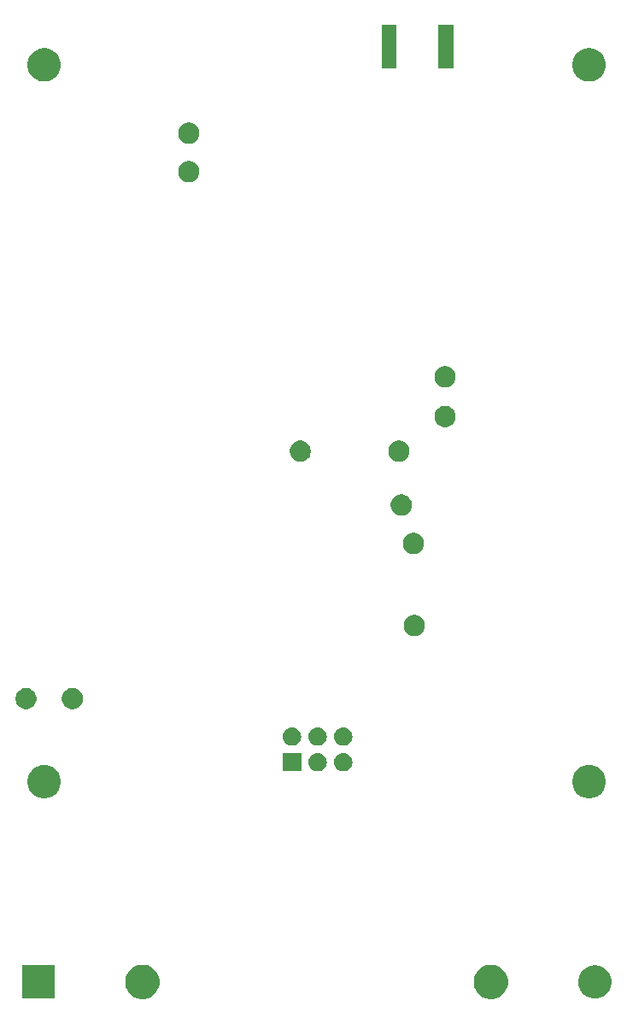
<source format=gbr>
G04 #@! TF.GenerationSoftware,KiCad,Pcbnew,5.1.4+dfsg1-2*
G04 #@! TF.CreationDate,2019-12-05T18:27:04+01:00*
G04 #@! TF.ProjectId,sensor_pcb,73656e73-6f72-45f7-9063-622e6b696361,1*
G04 #@! TF.SameCoordinates,Original*
G04 #@! TF.FileFunction,Soldermask,Bot*
G04 #@! TF.FilePolarity,Negative*
%FSLAX46Y46*%
G04 Gerber Fmt 4.6, Leading zero omitted, Abs format (unit mm)*
G04 Created by KiCad (PCBNEW 5.1.4+dfsg1-2) date 2019-12-05 18:27:04*
%MOMM*%
%LPD*%
G04 APERTURE LIST*
%ADD10C,0.100000*%
G04 APERTURE END LIST*
D10*
G36*
X162166162Y-130405368D02*
G01*
X162475724Y-130533593D01*
X162475725Y-130533594D01*
X162754324Y-130719747D01*
X162991253Y-130956676D01*
X163115637Y-131142830D01*
X163177407Y-131235276D01*
X163305632Y-131544838D01*
X163371000Y-131873465D01*
X163371000Y-132208535D01*
X163305632Y-132537162D01*
X163177407Y-132846724D01*
X163177406Y-132846725D01*
X162991253Y-133125324D01*
X162754324Y-133362253D01*
X162568170Y-133486637D01*
X162475724Y-133548407D01*
X162166162Y-133676632D01*
X161837535Y-133742000D01*
X161502465Y-133742000D01*
X161173838Y-133676632D01*
X160864276Y-133548407D01*
X160771830Y-133486637D01*
X160585676Y-133362253D01*
X160348747Y-133125324D01*
X160162594Y-132846725D01*
X160162593Y-132846724D01*
X160034368Y-132537162D01*
X159969000Y-132208535D01*
X159969000Y-131873465D01*
X160034368Y-131544838D01*
X160162593Y-131235276D01*
X160224363Y-131142830D01*
X160348747Y-130956676D01*
X160585676Y-130719747D01*
X160864275Y-130533594D01*
X160864276Y-130533593D01*
X161173838Y-130405368D01*
X161502465Y-130340000D01*
X161837535Y-130340000D01*
X162166162Y-130405368D01*
X162166162Y-130405368D01*
G37*
G36*
X127626162Y-130405368D02*
G01*
X127935724Y-130533593D01*
X127935725Y-130533594D01*
X128214324Y-130719747D01*
X128451253Y-130956676D01*
X128575637Y-131142830D01*
X128637407Y-131235276D01*
X128765632Y-131544838D01*
X128831000Y-131873465D01*
X128831000Y-132208535D01*
X128765632Y-132537162D01*
X128637407Y-132846724D01*
X128637406Y-132846725D01*
X128451253Y-133125324D01*
X128214324Y-133362253D01*
X128028170Y-133486637D01*
X127935724Y-133548407D01*
X127626162Y-133676632D01*
X127297535Y-133742000D01*
X126962465Y-133742000D01*
X126633838Y-133676632D01*
X126324276Y-133548407D01*
X126231830Y-133486637D01*
X126045676Y-133362253D01*
X125808747Y-133125324D01*
X125622594Y-132846725D01*
X125622593Y-132846724D01*
X125494368Y-132537162D01*
X125429000Y-132208535D01*
X125429000Y-131873465D01*
X125494368Y-131544838D01*
X125622593Y-131235276D01*
X125684363Y-131142830D01*
X125808747Y-130956676D01*
X126045676Y-130719747D01*
X126324275Y-130533594D01*
X126324276Y-130533593D01*
X126633838Y-130405368D01*
X126962465Y-130340000D01*
X127297535Y-130340000D01*
X127626162Y-130405368D01*
X127626162Y-130405368D01*
G37*
G36*
X118451000Y-133677000D02*
G01*
X115179000Y-133677000D01*
X115179000Y-130405000D01*
X118451000Y-130405000D01*
X118451000Y-133677000D01*
X118451000Y-133677000D01*
G37*
G36*
X172304168Y-130436435D02*
G01*
X172462204Y-130467870D01*
X172759937Y-130591196D01*
X173027889Y-130770236D01*
X173255764Y-130998111D01*
X173434804Y-131266063D01*
X173550277Y-131544837D01*
X173558130Y-131563797D01*
X173621000Y-131879867D01*
X173621000Y-132202133D01*
X173589565Y-132360168D01*
X173558130Y-132518204D01*
X173434804Y-132815937D01*
X173255764Y-133083889D01*
X173027889Y-133311764D01*
X172759937Y-133490804D01*
X172462204Y-133614130D01*
X172304168Y-133645565D01*
X172146133Y-133677000D01*
X171823867Y-133677000D01*
X171665832Y-133645565D01*
X171507796Y-133614130D01*
X171210063Y-133490804D01*
X170942111Y-133311764D01*
X170714236Y-133083889D01*
X170535196Y-132815937D01*
X170411870Y-132518204D01*
X170380435Y-132360168D01*
X170349000Y-132202133D01*
X170349000Y-131879867D01*
X170411870Y-131563797D01*
X170419724Y-131544837D01*
X170535196Y-131266063D01*
X170714236Y-130998111D01*
X170942111Y-130770236D01*
X171210063Y-130591196D01*
X171507796Y-130467870D01*
X171665832Y-130436435D01*
X171823867Y-130405000D01*
X172146133Y-130405000D01*
X172304168Y-130436435D01*
X172304168Y-130436435D01*
G37*
G36*
X171775256Y-110591298D02*
G01*
X171881579Y-110612447D01*
X172182042Y-110736903D01*
X172452451Y-110917585D01*
X172682415Y-111147549D01*
X172863097Y-111417958D01*
X172987553Y-111718421D01*
X173051000Y-112037391D01*
X173051000Y-112362609D01*
X172987553Y-112681579D01*
X172863097Y-112982042D01*
X172682415Y-113252451D01*
X172452451Y-113482415D01*
X172182042Y-113663097D01*
X171881579Y-113787553D01*
X171775256Y-113808702D01*
X171562611Y-113851000D01*
X171237389Y-113851000D01*
X171024744Y-113808702D01*
X170918421Y-113787553D01*
X170617958Y-113663097D01*
X170347549Y-113482415D01*
X170117585Y-113252451D01*
X169936903Y-112982042D01*
X169812447Y-112681579D01*
X169749000Y-112362609D01*
X169749000Y-112037391D01*
X169812447Y-111718421D01*
X169936903Y-111417958D01*
X170117585Y-111147549D01*
X170347549Y-110917585D01*
X170617958Y-110736903D01*
X170918421Y-110612447D01*
X171024744Y-110591298D01*
X171237389Y-110549000D01*
X171562611Y-110549000D01*
X171775256Y-110591298D01*
X171775256Y-110591298D01*
G37*
G36*
X117775256Y-110591298D02*
G01*
X117881579Y-110612447D01*
X118182042Y-110736903D01*
X118452451Y-110917585D01*
X118682415Y-111147549D01*
X118863097Y-111417958D01*
X118987553Y-111718421D01*
X119051000Y-112037391D01*
X119051000Y-112362609D01*
X118987553Y-112681579D01*
X118863097Y-112982042D01*
X118682415Y-113252451D01*
X118452451Y-113482415D01*
X118182042Y-113663097D01*
X117881579Y-113787553D01*
X117775256Y-113808702D01*
X117562611Y-113851000D01*
X117237389Y-113851000D01*
X117024744Y-113808702D01*
X116918421Y-113787553D01*
X116617958Y-113663097D01*
X116347549Y-113482415D01*
X116117585Y-113252451D01*
X115936903Y-112982042D01*
X115812447Y-112681579D01*
X115749000Y-112362609D01*
X115749000Y-112037391D01*
X115812447Y-111718421D01*
X115936903Y-111417958D01*
X116117585Y-111147549D01*
X116347549Y-110917585D01*
X116617958Y-110736903D01*
X116918421Y-110612447D01*
X117024744Y-110591298D01*
X117237389Y-110549000D01*
X117562611Y-110549000D01*
X117775256Y-110591298D01*
X117775256Y-110591298D01*
G37*
G36*
X147216794Y-109359133D02*
G01*
X147389195Y-109411431D01*
X147548083Y-109496358D01*
X147687349Y-109610651D01*
X147801642Y-109749917D01*
X147886569Y-109908805D01*
X147938867Y-110081206D01*
X147956525Y-110260500D01*
X147938867Y-110439794D01*
X147886569Y-110612195D01*
X147801642Y-110771083D01*
X147687349Y-110910349D01*
X147548083Y-111024642D01*
X147389195Y-111109569D01*
X147216794Y-111161867D01*
X147082431Y-111175100D01*
X146992569Y-111175100D01*
X146858206Y-111161867D01*
X146685805Y-111109569D01*
X146526917Y-111024642D01*
X146387651Y-110910349D01*
X146273358Y-110771083D01*
X146188431Y-110612195D01*
X146136133Y-110439794D01*
X146118475Y-110260500D01*
X146136133Y-110081206D01*
X146188431Y-109908805D01*
X146273358Y-109749917D01*
X146387651Y-109610651D01*
X146526917Y-109496358D01*
X146685805Y-109411431D01*
X146858206Y-109359133D01*
X146992569Y-109345900D01*
X147082431Y-109345900D01*
X147216794Y-109359133D01*
X147216794Y-109359133D01*
G37*
G36*
X144676794Y-109359133D02*
G01*
X144849195Y-109411431D01*
X145008083Y-109496358D01*
X145147349Y-109610651D01*
X145261642Y-109749917D01*
X145346569Y-109908805D01*
X145398867Y-110081206D01*
X145416525Y-110260500D01*
X145398867Y-110439794D01*
X145346569Y-110612195D01*
X145261642Y-110771083D01*
X145147349Y-110910349D01*
X145008083Y-111024642D01*
X144849195Y-111109569D01*
X144676794Y-111161867D01*
X144542431Y-111175100D01*
X144452569Y-111175100D01*
X144318206Y-111161867D01*
X144145805Y-111109569D01*
X143986917Y-111024642D01*
X143847651Y-110910349D01*
X143733358Y-110771083D01*
X143648431Y-110612195D01*
X143596133Y-110439794D01*
X143578475Y-110260500D01*
X143596133Y-110081206D01*
X143648431Y-109908805D01*
X143733358Y-109749917D01*
X143847651Y-109610651D01*
X143986917Y-109496358D01*
X144145805Y-109411431D01*
X144318206Y-109359133D01*
X144452569Y-109345900D01*
X144542431Y-109345900D01*
X144676794Y-109359133D01*
X144676794Y-109359133D01*
G37*
G36*
X142872100Y-111175100D02*
G01*
X141042900Y-111175100D01*
X141042900Y-109345900D01*
X142872100Y-109345900D01*
X142872100Y-111175100D01*
X142872100Y-111175100D01*
G37*
G36*
X142136794Y-106819133D02*
G01*
X142309195Y-106871431D01*
X142468083Y-106956358D01*
X142607349Y-107070651D01*
X142721642Y-107209917D01*
X142806569Y-107368805D01*
X142858867Y-107541206D01*
X142876525Y-107720500D01*
X142858867Y-107899794D01*
X142806569Y-108072195D01*
X142721642Y-108231083D01*
X142607349Y-108370349D01*
X142468083Y-108484642D01*
X142309195Y-108569569D01*
X142136794Y-108621867D01*
X142002431Y-108635100D01*
X141912569Y-108635100D01*
X141778206Y-108621867D01*
X141605805Y-108569569D01*
X141446917Y-108484642D01*
X141307651Y-108370349D01*
X141193358Y-108231083D01*
X141108431Y-108072195D01*
X141056133Y-107899794D01*
X141038475Y-107720500D01*
X141056133Y-107541206D01*
X141108431Y-107368805D01*
X141193358Y-107209917D01*
X141307651Y-107070651D01*
X141446917Y-106956358D01*
X141605805Y-106871431D01*
X141778206Y-106819133D01*
X141912569Y-106805900D01*
X142002431Y-106805900D01*
X142136794Y-106819133D01*
X142136794Y-106819133D01*
G37*
G36*
X144676794Y-106819133D02*
G01*
X144849195Y-106871431D01*
X145008083Y-106956358D01*
X145147349Y-107070651D01*
X145261642Y-107209917D01*
X145346569Y-107368805D01*
X145398867Y-107541206D01*
X145416525Y-107720500D01*
X145398867Y-107899794D01*
X145346569Y-108072195D01*
X145261642Y-108231083D01*
X145147349Y-108370349D01*
X145008083Y-108484642D01*
X144849195Y-108569569D01*
X144676794Y-108621867D01*
X144542431Y-108635100D01*
X144452569Y-108635100D01*
X144318206Y-108621867D01*
X144145805Y-108569569D01*
X143986917Y-108484642D01*
X143847651Y-108370349D01*
X143733358Y-108231083D01*
X143648431Y-108072195D01*
X143596133Y-107899794D01*
X143578475Y-107720500D01*
X143596133Y-107541206D01*
X143648431Y-107368805D01*
X143733358Y-107209917D01*
X143847651Y-107070651D01*
X143986917Y-106956358D01*
X144145805Y-106871431D01*
X144318206Y-106819133D01*
X144452569Y-106805900D01*
X144542431Y-106805900D01*
X144676794Y-106819133D01*
X144676794Y-106819133D01*
G37*
G36*
X147216794Y-106819133D02*
G01*
X147389195Y-106871431D01*
X147548083Y-106956358D01*
X147687349Y-107070651D01*
X147801642Y-107209917D01*
X147886569Y-107368805D01*
X147938867Y-107541206D01*
X147956525Y-107720500D01*
X147938867Y-107899794D01*
X147886569Y-108072195D01*
X147801642Y-108231083D01*
X147687349Y-108370349D01*
X147548083Y-108484642D01*
X147389195Y-108569569D01*
X147216794Y-108621867D01*
X147082431Y-108635100D01*
X146992569Y-108635100D01*
X146858206Y-108621867D01*
X146685805Y-108569569D01*
X146526917Y-108484642D01*
X146387651Y-108370349D01*
X146273358Y-108231083D01*
X146188431Y-108072195D01*
X146136133Y-107899794D01*
X146118475Y-107720500D01*
X146136133Y-107541206D01*
X146188431Y-107368805D01*
X146273358Y-107209917D01*
X146387651Y-107070651D01*
X146526917Y-106956358D01*
X146685805Y-106871431D01*
X146858206Y-106819133D01*
X146992569Y-106805900D01*
X147082431Y-106805900D01*
X147216794Y-106819133D01*
X147216794Y-106819133D01*
G37*
G36*
X115906564Y-102963389D02*
G01*
X116097833Y-103042615D01*
X116097835Y-103042616D01*
X116269973Y-103157635D01*
X116416365Y-103304027D01*
X116531385Y-103476167D01*
X116610611Y-103667436D01*
X116651000Y-103870484D01*
X116651000Y-104077516D01*
X116610611Y-104280564D01*
X116531385Y-104471833D01*
X116531384Y-104471835D01*
X116416365Y-104643973D01*
X116269973Y-104790365D01*
X116097835Y-104905384D01*
X116097834Y-104905385D01*
X116097833Y-104905385D01*
X115906564Y-104984611D01*
X115703516Y-105025000D01*
X115496484Y-105025000D01*
X115293436Y-104984611D01*
X115102167Y-104905385D01*
X115102166Y-104905385D01*
X115102165Y-104905384D01*
X114930027Y-104790365D01*
X114783635Y-104643973D01*
X114668616Y-104471835D01*
X114668615Y-104471833D01*
X114589389Y-104280564D01*
X114549000Y-104077516D01*
X114549000Y-103870484D01*
X114589389Y-103667436D01*
X114668615Y-103476167D01*
X114783635Y-103304027D01*
X114930027Y-103157635D01*
X115102165Y-103042616D01*
X115102167Y-103042615D01*
X115293436Y-102963389D01*
X115496484Y-102923000D01*
X115703516Y-102923000D01*
X115906564Y-102963389D01*
X115906564Y-102963389D01*
G37*
G36*
X120506564Y-102963389D02*
G01*
X120697833Y-103042615D01*
X120697835Y-103042616D01*
X120869973Y-103157635D01*
X121016365Y-103304027D01*
X121131385Y-103476167D01*
X121210611Y-103667436D01*
X121251000Y-103870484D01*
X121251000Y-104077516D01*
X121210611Y-104280564D01*
X121131385Y-104471833D01*
X121131384Y-104471835D01*
X121016365Y-104643973D01*
X120869973Y-104790365D01*
X120697835Y-104905384D01*
X120697834Y-104905385D01*
X120697833Y-104905385D01*
X120506564Y-104984611D01*
X120303516Y-105025000D01*
X120096484Y-105025000D01*
X119893436Y-104984611D01*
X119702167Y-104905385D01*
X119702166Y-104905385D01*
X119702165Y-104905384D01*
X119530027Y-104790365D01*
X119383635Y-104643973D01*
X119268616Y-104471835D01*
X119268615Y-104471833D01*
X119189389Y-104280564D01*
X119149000Y-104077516D01*
X119149000Y-103870484D01*
X119189389Y-103667436D01*
X119268615Y-103476167D01*
X119383635Y-103304027D01*
X119530027Y-103157635D01*
X119702165Y-103042616D01*
X119702167Y-103042615D01*
X119893436Y-102963389D01*
X120096484Y-102923000D01*
X120303516Y-102923000D01*
X120506564Y-102963389D01*
X120506564Y-102963389D01*
G37*
G36*
X154392564Y-95724389D02*
G01*
X154583833Y-95803615D01*
X154583835Y-95803616D01*
X154755973Y-95918635D01*
X154902365Y-96065027D01*
X155017385Y-96237167D01*
X155096611Y-96428436D01*
X155137000Y-96631484D01*
X155137000Y-96838516D01*
X155096611Y-97041564D01*
X155017385Y-97232833D01*
X155017384Y-97232835D01*
X154902365Y-97404973D01*
X154755973Y-97551365D01*
X154583835Y-97666384D01*
X154583834Y-97666385D01*
X154583833Y-97666385D01*
X154392564Y-97745611D01*
X154189516Y-97786000D01*
X153982484Y-97786000D01*
X153779436Y-97745611D01*
X153588167Y-97666385D01*
X153588166Y-97666385D01*
X153588165Y-97666384D01*
X153416027Y-97551365D01*
X153269635Y-97404973D01*
X153154616Y-97232835D01*
X153154615Y-97232833D01*
X153075389Y-97041564D01*
X153035000Y-96838516D01*
X153035000Y-96631484D01*
X153075389Y-96428436D01*
X153154615Y-96237167D01*
X153269635Y-96065027D01*
X153416027Y-95918635D01*
X153588165Y-95803616D01*
X153588167Y-95803615D01*
X153779436Y-95724389D01*
X153982484Y-95684000D01*
X154189516Y-95684000D01*
X154392564Y-95724389D01*
X154392564Y-95724389D01*
G37*
G36*
X154306564Y-87589389D02*
G01*
X154497833Y-87668615D01*
X154497835Y-87668616D01*
X154669973Y-87783635D01*
X154816365Y-87930027D01*
X154931385Y-88102167D01*
X155010611Y-88293436D01*
X155051000Y-88496484D01*
X155051000Y-88703516D01*
X155010611Y-88906564D01*
X154931385Y-89097833D01*
X154931384Y-89097835D01*
X154816365Y-89269973D01*
X154669973Y-89416365D01*
X154497835Y-89531384D01*
X154497834Y-89531385D01*
X154497833Y-89531385D01*
X154306564Y-89610611D01*
X154103516Y-89651000D01*
X153896484Y-89651000D01*
X153693436Y-89610611D01*
X153502167Y-89531385D01*
X153502166Y-89531385D01*
X153502165Y-89531384D01*
X153330027Y-89416365D01*
X153183635Y-89269973D01*
X153068616Y-89097835D01*
X153068615Y-89097833D01*
X152989389Y-88906564D01*
X152949000Y-88703516D01*
X152949000Y-88496484D01*
X152989389Y-88293436D01*
X153068615Y-88102167D01*
X153183635Y-87930027D01*
X153330027Y-87783635D01*
X153502165Y-87668616D01*
X153502167Y-87668615D01*
X153693436Y-87589389D01*
X153896484Y-87549000D01*
X154103516Y-87549000D01*
X154306564Y-87589389D01*
X154306564Y-87589389D01*
G37*
G36*
X153106564Y-83789389D02*
G01*
X153297833Y-83868615D01*
X153297835Y-83868616D01*
X153469973Y-83983635D01*
X153616365Y-84130027D01*
X153731385Y-84302167D01*
X153810611Y-84493436D01*
X153851000Y-84696484D01*
X153851000Y-84903516D01*
X153810611Y-85106564D01*
X153731385Y-85297833D01*
X153731384Y-85297835D01*
X153616365Y-85469973D01*
X153469973Y-85616365D01*
X153297835Y-85731384D01*
X153297834Y-85731385D01*
X153297833Y-85731385D01*
X153106564Y-85810611D01*
X152903516Y-85851000D01*
X152696484Y-85851000D01*
X152493436Y-85810611D01*
X152302167Y-85731385D01*
X152302166Y-85731385D01*
X152302165Y-85731384D01*
X152130027Y-85616365D01*
X151983635Y-85469973D01*
X151868616Y-85297835D01*
X151868615Y-85297833D01*
X151789389Y-85106564D01*
X151749000Y-84903516D01*
X151749000Y-84696484D01*
X151789389Y-84493436D01*
X151868615Y-84302167D01*
X151983635Y-84130027D01*
X152130027Y-83983635D01*
X152302165Y-83868616D01*
X152302167Y-83868615D01*
X152493436Y-83789389D01*
X152696484Y-83749000D01*
X152903516Y-83749000D01*
X153106564Y-83789389D01*
X153106564Y-83789389D01*
G37*
G36*
X143089564Y-78452389D02*
G01*
X143280833Y-78531615D01*
X143280835Y-78531616D01*
X143452973Y-78646635D01*
X143599365Y-78793027D01*
X143714385Y-78965167D01*
X143793611Y-79156436D01*
X143834000Y-79359484D01*
X143834000Y-79566516D01*
X143793611Y-79769564D01*
X143714385Y-79960833D01*
X143714384Y-79960835D01*
X143599365Y-80132973D01*
X143452973Y-80279365D01*
X143280835Y-80394384D01*
X143280834Y-80394385D01*
X143280833Y-80394385D01*
X143089564Y-80473611D01*
X142886516Y-80514000D01*
X142679484Y-80514000D01*
X142476436Y-80473611D01*
X142285167Y-80394385D01*
X142285166Y-80394385D01*
X142285165Y-80394384D01*
X142113027Y-80279365D01*
X141966635Y-80132973D01*
X141851616Y-79960835D01*
X141851615Y-79960833D01*
X141772389Y-79769564D01*
X141732000Y-79566516D01*
X141732000Y-79359484D01*
X141772389Y-79156436D01*
X141851615Y-78965167D01*
X141966635Y-78793027D01*
X142113027Y-78646635D01*
X142285165Y-78531616D01*
X142285167Y-78531615D01*
X142476436Y-78452389D01*
X142679484Y-78412000D01*
X142886516Y-78412000D01*
X143089564Y-78452389D01*
X143089564Y-78452389D01*
G37*
G36*
X152868564Y-78452389D02*
G01*
X153059833Y-78531615D01*
X153059835Y-78531616D01*
X153231973Y-78646635D01*
X153378365Y-78793027D01*
X153493385Y-78965167D01*
X153572611Y-79156436D01*
X153613000Y-79359484D01*
X153613000Y-79566516D01*
X153572611Y-79769564D01*
X153493385Y-79960833D01*
X153493384Y-79960835D01*
X153378365Y-80132973D01*
X153231973Y-80279365D01*
X153059835Y-80394384D01*
X153059834Y-80394385D01*
X153059833Y-80394385D01*
X152868564Y-80473611D01*
X152665516Y-80514000D01*
X152458484Y-80514000D01*
X152255436Y-80473611D01*
X152064167Y-80394385D01*
X152064166Y-80394385D01*
X152064165Y-80394384D01*
X151892027Y-80279365D01*
X151745635Y-80132973D01*
X151630616Y-79960835D01*
X151630615Y-79960833D01*
X151551389Y-79769564D01*
X151511000Y-79566516D01*
X151511000Y-79359484D01*
X151551389Y-79156436D01*
X151630615Y-78965167D01*
X151745635Y-78793027D01*
X151892027Y-78646635D01*
X152064165Y-78531616D01*
X152064167Y-78531615D01*
X152255436Y-78452389D01*
X152458484Y-78412000D01*
X152665516Y-78412000D01*
X152868564Y-78452389D01*
X152868564Y-78452389D01*
G37*
G36*
X157440564Y-75023389D02*
G01*
X157631833Y-75102615D01*
X157631835Y-75102616D01*
X157803973Y-75217635D01*
X157950365Y-75364027D01*
X158065385Y-75536167D01*
X158144611Y-75727436D01*
X158185000Y-75930484D01*
X158185000Y-76137516D01*
X158144611Y-76340564D01*
X158065385Y-76531833D01*
X158065384Y-76531835D01*
X157950365Y-76703973D01*
X157803973Y-76850365D01*
X157631835Y-76965384D01*
X157631834Y-76965385D01*
X157631833Y-76965385D01*
X157440564Y-77044611D01*
X157237516Y-77085000D01*
X157030484Y-77085000D01*
X156827436Y-77044611D01*
X156636167Y-76965385D01*
X156636166Y-76965385D01*
X156636165Y-76965384D01*
X156464027Y-76850365D01*
X156317635Y-76703973D01*
X156202616Y-76531835D01*
X156202615Y-76531833D01*
X156123389Y-76340564D01*
X156083000Y-76137516D01*
X156083000Y-75930484D01*
X156123389Y-75727436D01*
X156202615Y-75536167D01*
X156317635Y-75364027D01*
X156464027Y-75217635D01*
X156636165Y-75102616D01*
X156636167Y-75102615D01*
X156827436Y-75023389D01*
X157030484Y-74983000D01*
X157237516Y-74983000D01*
X157440564Y-75023389D01*
X157440564Y-75023389D01*
G37*
G36*
X157440564Y-71086389D02*
G01*
X157631833Y-71165615D01*
X157631835Y-71165616D01*
X157803973Y-71280635D01*
X157950365Y-71427027D01*
X158065385Y-71599167D01*
X158144611Y-71790436D01*
X158185000Y-71993484D01*
X158185000Y-72200516D01*
X158144611Y-72403564D01*
X158065385Y-72594833D01*
X158065384Y-72594835D01*
X157950365Y-72766973D01*
X157803973Y-72913365D01*
X157631835Y-73028384D01*
X157631834Y-73028385D01*
X157631833Y-73028385D01*
X157440564Y-73107611D01*
X157237516Y-73148000D01*
X157030484Y-73148000D01*
X156827436Y-73107611D01*
X156636167Y-73028385D01*
X156636166Y-73028385D01*
X156636165Y-73028384D01*
X156464027Y-72913365D01*
X156317635Y-72766973D01*
X156202616Y-72594835D01*
X156202615Y-72594833D01*
X156123389Y-72403564D01*
X156083000Y-72200516D01*
X156083000Y-71993484D01*
X156123389Y-71790436D01*
X156202615Y-71599167D01*
X156317635Y-71427027D01*
X156464027Y-71280635D01*
X156636165Y-71165616D01*
X156636167Y-71165615D01*
X156827436Y-71086389D01*
X157030484Y-71046000D01*
X157237516Y-71046000D01*
X157440564Y-71086389D01*
X157440564Y-71086389D01*
G37*
G36*
X132040564Y-50766389D02*
G01*
X132231833Y-50845615D01*
X132231835Y-50845616D01*
X132403973Y-50960635D01*
X132550365Y-51107027D01*
X132665385Y-51279167D01*
X132744611Y-51470436D01*
X132785000Y-51673484D01*
X132785000Y-51880516D01*
X132744611Y-52083564D01*
X132665385Y-52274833D01*
X132665384Y-52274835D01*
X132550365Y-52446973D01*
X132403973Y-52593365D01*
X132231835Y-52708384D01*
X132231834Y-52708385D01*
X132231833Y-52708385D01*
X132040564Y-52787611D01*
X131837516Y-52828000D01*
X131630484Y-52828000D01*
X131427436Y-52787611D01*
X131236167Y-52708385D01*
X131236166Y-52708385D01*
X131236165Y-52708384D01*
X131064027Y-52593365D01*
X130917635Y-52446973D01*
X130802616Y-52274835D01*
X130802615Y-52274833D01*
X130723389Y-52083564D01*
X130683000Y-51880516D01*
X130683000Y-51673484D01*
X130723389Y-51470436D01*
X130802615Y-51279167D01*
X130917635Y-51107027D01*
X131064027Y-50960635D01*
X131236165Y-50845616D01*
X131236167Y-50845615D01*
X131427436Y-50766389D01*
X131630484Y-50726000D01*
X131837516Y-50726000D01*
X132040564Y-50766389D01*
X132040564Y-50766389D01*
G37*
G36*
X132040564Y-46956389D02*
G01*
X132231833Y-47035615D01*
X132231835Y-47035616D01*
X132403973Y-47150635D01*
X132550365Y-47297027D01*
X132665385Y-47469167D01*
X132744611Y-47660436D01*
X132785000Y-47863484D01*
X132785000Y-48070516D01*
X132744611Y-48273564D01*
X132665385Y-48464833D01*
X132665384Y-48464835D01*
X132550365Y-48636973D01*
X132403973Y-48783365D01*
X132231835Y-48898384D01*
X132231834Y-48898385D01*
X132231833Y-48898385D01*
X132040564Y-48977611D01*
X131837516Y-49018000D01*
X131630484Y-49018000D01*
X131427436Y-48977611D01*
X131236167Y-48898385D01*
X131236166Y-48898385D01*
X131236165Y-48898384D01*
X131064027Y-48783365D01*
X130917635Y-48636973D01*
X130802616Y-48464835D01*
X130802615Y-48464833D01*
X130723389Y-48273564D01*
X130683000Y-48070516D01*
X130683000Y-47863484D01*
X130723389Y-47660436D01*
X130802615Y-47469167D01*
X130917635Y-47297027D01*
X131064027Y-47150635D01*
X131236165Y-47035616D01*
X131236167Y-47035615D01*
X131427436Y-46956389D01*
X131630484Y-46916000D01*
X131837516Y-46916000D01*
X132040564Y-46956389D01*
X132040564Y-46956389D01*
G37*
G36*
X117775256Y-39591298D02*
G01*
X117881579Y-39612447D01*
X118182042Y-39736903D01*
X118452451Y-39917585D01*
X118682415Y-40147549D01*
X118863097Y-40417958D01*
X118987553Y-40718421D01*
X119051000Y-41037391D01*
X119051000Y-41362609D01*
X118987553Y-41681579D01*
X118863097Y-41982042D01*
X118682415Y-42252451D01*
X118452451Y-42482415D01*
X118182042Y-42663097D01*
X117881579Y-42787553D01*
X117775256Y-42808702D01*
X117562611Y-42851000D01*
X117237389Y-42851000D01*
X117024744Y-42808702D01*
X116918421Y-42787553D01*
X116617958Y-42663097D01*
X116347549Y-42482415D01*
X116117585Y-42252451D01*
X115936903Y-41982042D01*
X115812447Y-41681579D01*
X115749000Y-41362609D01*
X115749000Y-41037391D01*
X115812447Y-40718421D01*
X115936903Y-40417958D01*
X116117585Y-40147549D01*
X116347549Y-39917585D01*
X116617958Y-39736903D01*
X116918421Y-39612447D01*
X117024744Y-39591298D01*
X117237389Y-39549000D01*
X117562611Y-39549000D01*
X117775256Y-39591298D01*
X117775256Y-39591298D01*
G37*
G36*
X171775256Y-39591298D02*
G01*
X171881579Y-39612447D01*
X172182042Y-39736903D01*
X172452451Y-39917585D01*
X172682415Y-40147549D01*
X172863097Y-40417958D01*
X172987553Y-40718421D01*
X173051000Y-41037391D01*
X173051000Y-41362609D01*
X172987553Y-41681579D01*
X172863097Y-41982042D01*
X172682415Y-42252451D01*
X172452451Y-42482415D01*
X172182042Y-42663097D01*
X171881579Y-42787553D01*
X171775256Y-42808702D01*
X171562611Y-42851000D01*
X171237389Y-42851000D01*
X171024744Y-42808702D01*
X170918421Y-42787553D01*
X170617958Y-42663097D01*
X170347549Y-42482415D01*
X170117585Y-42252451D01*
X169936903Y-41982042D01*
X169812447Y-41681579D01*
X169749000Y-41362609D01*
X169749000Y-41037391D01*
X169812447Y-40718421D01*
X169936903Y-40417958D01*
X170117585Y-40147549D01*
X170347549Y-39917585D01*
X170617958Y-39736903D01*
X170918421Y-39612447D01*
X171024744Y-39591298D01*
X171237389Y-39549000D01*
X171562611Y-39549000D01*
X171775256Y-39591298D01*
X171775256Y-39591298D01*
G37*
G36*
X152291000Y-41551000D02*
G01*
X150839000Y-41551000D01*
X150839000Y-37249000D01*
X152291000Y-37249000D01*
X152291000Y-41551000D01*
X152291000Y-41551000D01*
G37*
G36*
X157941000Y-41551000D02*
G01*
X156489000Y-41551000D01*
X156489000Y-37249000D01*
X157941000Y-37249000D01*
X157941000Y-41551000D01*
X157941000Y-41551000D01*
G37*
M02*

</source>
